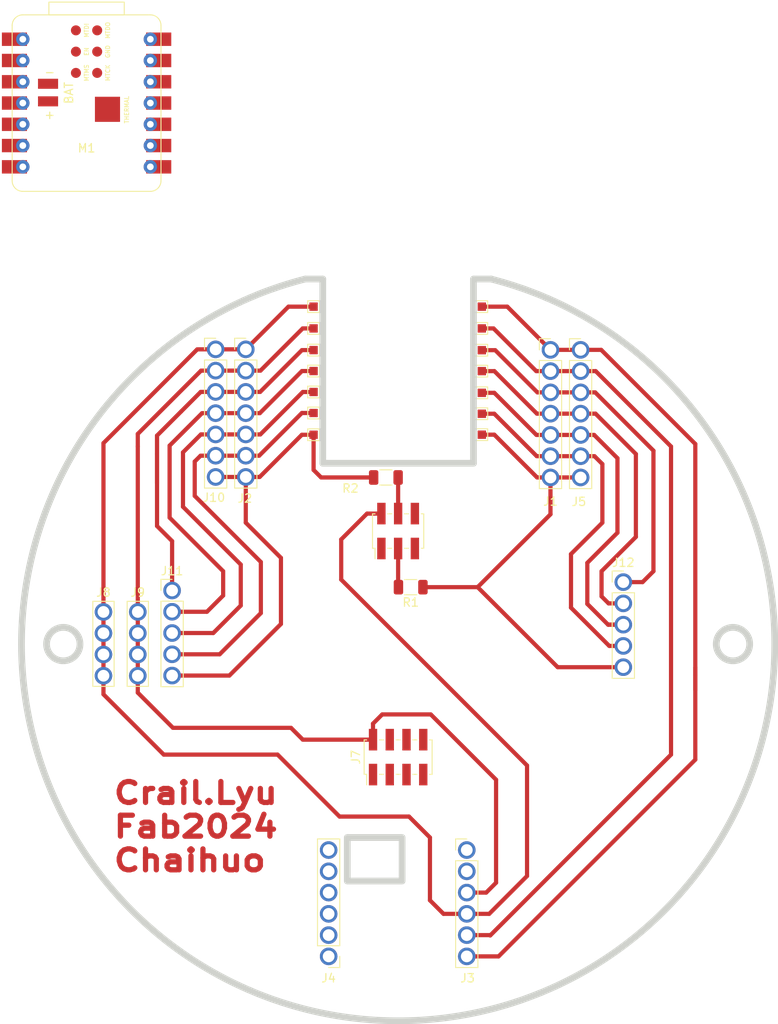
<source format=kicad_pcb>
(kicad_pcb (version 20240108) (generator "pcbnew") (generator_version "8.0")
  (layers (0 "F.Cu" signal) (31 "B.Cu" signal) (34 "B.Paste" user) (35 "F.Paste" user) (36 "B.SilkS" user "B.Silkscreen") (37 "F.SilkS" user "F.Silkscreen") (38 "B.Mask" user) (39 "F.Mask" user) (44 "Edge.Cuts" user))
  (net 0 "")
  (net 1 "GPIO2 A0 D0")
  (net 2 "GPIO3 A1 D1")
  (net 3 "GPIO4 A2 D2")
  (net 4 "GPIO5 A3 D3")
  (net 5 "GPIO6 SDA D4")
  (net 6 "GPIO7 SCL D5")
  (net 7 "GPIO21 TX D6")
  (net 8 "5V")
  (net 9 "GND")
  (net 10 "3V3")
  (net 11 "GPIO10 MOSI D10")
  (net 12 "GPIO9 MISO D9")
  (net 13 "GPIO8 SCK D8")
  (net 14 "GPIO20 RX D7")
  (net 21 "RX_DEVICE")
  (net 22 "TX_DEVICE")
  (footprint "Connector_PinHeader_2.00mm:PinHeader_2x04_P2.00mm_Vertical_SMD" (layer "F.Cu") (at 135.1 118.5 90)
    (property "Reference" "J7" (at 0 -5.06 -90) (layer "F.SilkS"))
    (property "Value" "Conn_02x04_Counter_Clockwise" (hide yes))
    (fp_line (start 2.06 -4.06) (end 2.06 -3.76) (stroke (width 0.12)) (layer "F.SilkS"))
    (fp_line (start -2.06 -4.06) (end 2.06 -4.06) (stroke (width 0.12)) (layer "F.SilkS"))
    (fp_line (start -2.06 -4.06) (end -2.06 -3.76) (stroke (width 0.12)) (layer "F.SilkS"))
    (fp_line (start -3.315 -3.76) (end -2.06 -3.76) (stroke (width 0.12)) (layer "F.SilkS"))
    (fp_line (start 2.06 -2.24) (end 2.06 -1.76) (stroke (width 0.12)) (layer "F.SilkS"))
    (fp_line (start -2.06 -2.24) (end -2.06 -1.76) (stroke (width 0.12)) (layer "F.SilkS"))
    (fp_line (start 2.06 -0.24) (end 2.06 0.24) (stroke (width 0.12)) (layer "F.SilkS"))
    (fp_line (start -2.06 -0.24) (end -2.06 0.24) (stroke (width 0.12)) (layer "F.SilkS"))
    (fp_line (start 2.06 1.76) (end 2.06 2.24) (stroke (width 0.12)) (layer "F.SilkS"))
    (fp_line (start -2.06 1.76) (end -2.06 2.24) (stroke (width 0.12)) (layer "F.SilkS"))
    (fp_line (start 2.06 3.76) (end 2.06 4.06) (stroke (width 0.12)) (layer "F.SilkS"))
    (fp_line (start -2.06 3.76) (end -2.06 4.06) (stroke (width 0.12)) (layer "F.SilkS"))
    (fp_line (start -2.06 4.06) (end 2.06 4.06) (stroke (width 0.12)) (layer "F.SilkS"))
    (pad "1" smd rect (at -2.085 -3 90) (size 2.58 1) (layers "F.Cu" "F.Paste" "F.Mask"))
    (pad "2" smd rect (at 2.085 -3 90) (size 2.58 1) (layers "F.Cu" "F.Paste" "F.Mask") (net 9 "GND"))
    (pad "3" smd rect (at -2.085 -1 90) (size 2.58 1) (layers "F.Cu" "F.Paste" "F.Mask"))
    (pad "4" smd rect (at 2.085 -1 90) (size 2.58 1) (layers "F.Cu" "F.Paste" "F.Mask"))
    (pad "5" smd rect (at -2.085 1 90) (size 2.58 1) (layers "F.Cu" "F.Paste" "F.Mask"))
    (pad "6" smd rect (at 2.085 1 90) (size 2.58 1) (layers "F.Cu" "F.Paste" "F.Mask"))
    (pad "7" smd rect (at -2.085 3 90) (size 2.58 1) (layers "F.Cu" "F.Paste" "F.Mask"))
    (pad "8" smd rect (at 2.085 3 90) (size 2.58 1) (layers "F.Cu" "F.Paste" "F.Mask"))
  )
  (footprint "TestPoint:TestPoint_Pad_1.0x1.0mm" (layer "F.Cu") (at 125 69.89)
    (property "Reference" "TP12" (hide yes))
    (property "Value" "TestPoint" (hide yes))
    (fp_line (start -0.7 -0.7) (end 0.7 -0.7) (stroke (width 0.12)) (layer "F.SilkS"))
    (fp_line (start -0.7 0.7) (end -0.7 -0.7) (stroke (width 0.12)) (layer "F.SilkS"))
    (fp_line (start 0.7 -0.7) (end 0.7 0.7) (stroke (width 0.12)) (layer "F.SilkS"))
    (fp_line (start 0.7 0.7) (end -0.7 0.7) (stroke (width 0.12)) (layer "F.SilkS"))
    (pad "1" smd rect (at 0 0) (size 1 1) (layers "F.Cu" "F.Mask") (net 10 "3V3"))
  )
  (footprint "fab:PinHeader_1x07_P2.54mm_Vertical_THT_D1.4mm" (layer "F.Cu") (at 113.3 69.8)
    (property "Reference" "J10" (at -0.2 17.7 0) (layer "F.SilkS"))
    (property "Value" "Conn_PinHeader_1x07_P2.54mm_Vertical_THT_D1.4mm" (hide yes))
    (fp_line (start -1.33 -1.33) (end 0 -1.33) (stroke (width 0.12)) (layer "F.SilkS"))
    (fp_line (start -1.33 0) (end -1.33 -1.33) (stroke (width 0.12)) (layer "F.SilkS"))
    (fp_line (start -1.33 1.27) (end -1.33 16.57) (stroke (width 0.12)) (layer "F.SilkS"))
    (fp_line (start -1.33 1.27) (end 1.33 1.27) (stroke (width 0.12)) (layer "F.SilkS"))
    (fp_line (start -1.33 16.57) (end 1.33 16.57) (stroke (width 0.12)) (layer "F.SilkS"))
    (fp_line (start 1.33 1.27) (end 1.33 16.57) (stroke (width 0.12)) (layer "F.SilkS"))
    (pad "1" thru_hole circle (at 0 0) (size 2.1 2.1) (drill 1.4) (layers "*.Cu" "*.Mask") (net 8 "5V"))
    (pad "2" thru_hole circle (at 0 2.54) (size 2.1 2.1) (drill 1.4) (layers "*.Cu" "*.Mask") (net 9 "GND"))
    (pad "3" thru_hole circle (at 0 5.08) (size 2.1 2.1) (drill 1.4) (layers "*.Cu" "*.Mask") (net 10 "3V3"))
    (pad "4" thru_hole circle (at 0 7.62) (size 2.1 2.1) (drill 1.4) (layers "*.Cu" "*.Mask") (net 11 "GPIO10 MOSI D10"))
    (pad "5" thru_hole circle (at 0 10.16) (size 2.1 2.1) (drill 1.4) (layers "*.Cu" "*.Mask") (net 12 "GPIO9 MISO D9"))
    (pad "6" thru_hole circle (at 0 12.7) (size 2.1 2.1) (drill 1.4) (layers "*.Cu" "*.Mask") (net 13 "GPIO8 SCK D8"))
    (pad "7" thru_hole circle (at 0 15.24) (size 2.1 2.1) (drill 1.4) (layers "*.Cu" "*.Mask") (net 14 "GPIO20 RX D7"))
  )
  (footprint "TestPoint:TestPoint_Pad_1.0x1.0mm" (layer "F.Cu") (at 125 72.39)
    (property "Reference" "TP11" (hide yes))
    (property "Value" "TestPoint" (hide yes))
    (fp_line (start -0.7 -0.7) (end 0.7 -0.7) (stroke (width 0.12)) (layer "F.SilkS"))
    (fp_line (start -0.7 0.7) (end -0.7 -0.7) (stroke (width 0.12)) (layer "F.SilkS"))
    (fp_line (start 0.7 -0.7) (end 0.7 0.7) (stroke (width 0.12)) (layer "F.SilkS"))
    (fp_line (start 0.7 0.7) (end -0.7 0.7) (stroke (width 0.12)) (layer "F.SilkS"))
    (pad "1" smd rect (at 0 0) (size 1 1) (layers "F.Cu" "F.Mask") (net 11 "GPIO10 MOSI D10"))
  )
  (footprint "fab:PinHeader_1x06_P2.54mm_Vertical_THT_D1.4mm" (layer "F.Cu") (at 143.3 129.6)
    (property "Reference" "J3" (at 0.1 15.3 0) (layer "F.SilkS"))
    (property "Value" "Conn_PinHeader_1x06_P2.54mm_Vertical_THT_D1.4mm" (hide yes))
    (fp_line (start -1.33 -1.33) (end 0 -1.33) (stroke (width 0.12)) (layer "F.SilkS"))
    (fp_line (start -1.33 0) (end -1.33 -1.33) (stroke (width 0.12)) (layer "F.SilkS"))
    (fp_line (start -1.33 1.27) (end -1.33 14.03) (stroke (width 0.12)) (layer "F.SilkS"))
    (fp_line (start -1.33 1.27) (end 1.33 1.27) (stroke (width 0.12)) (layer "F.SilkS"))
    (fp_line (start -1.33 14.03) (end 1.33 14.03) (stroke (width 0.12)) (layer "F.SilkS"))
    (fp_line (start 1.33 1.27) (end 1.33 14.03) (stroke (width 0.12)) (layer "F.SilkS"))
    (pad "1" thru_hole circle (at 0 0) (size 2.1 2.1) (drill 1.4) (layers "*.Cu" "*.Mask"))
    (pad "2" thru_hole circle (at 0 2.54) (size 2.1 2.1) (drill 1.4) (layers "*.Cu" "*.Mask"))
    (pad "3" thru_hole circle (at 0 5.08) (size 2.1 2.1) (drill 1.4) (layers "*.Cu" "*.Mask") (net 9 "GND"))
    (pad "4" thru_hole circle (at 0 7.62) (size 2.1 2.1) (drill 1.4) (layers "*.Cu" "*.Mask") (net 8 "5V"))
    (pad "5" thru_hole circle (at 0 10.16) (size 2.1 2.1) (drill 1.4) (layers "*.Cu" "*.Mask") (net 2 "GPIO3 A1 D1"))
    (pad "6" thru_hole circle (at 0 12.7) (size 2.1 2.1) (drill 1.4) (layers "*.Cu" "*.Mask") (net 1 "GPIO2 A0 D0"))
  )
  (footprint "fab:PinHeader_1x07_P2.54mm_Vertical_THT_D1.4mm" (layer "F.Cu") (at 116.9 69.8)
    (property "Reference" "J2" (at -0.1 17.8 0) (layer "F.SilkS"))
    (property "Value" "Conn_PinHeader_1x07_P2.54mm_Vertical_THT_D1.4mm" (hide yes))
    (fp_line (start -1.33 -1.33) (end 0 -1.33) (stroke (width 0.12)) (layer "F.SilkS"))
    (fp_line (start -1.33 0) (end -1.33 -1.33) (stroke (width 0.12)) (layer "F.SilkS"))
    (fp_line (start -1.33 1.27) (end -1.33 16.57) (stroke (width 0.12)) (layer "F.SilkS"))
    (fp_line (start -1.33 1.27) (end 1.33 1.27) (stroke (width 0.12)) (layer "F.SilkS"))
    (fp_line (start -1.33 16.57) (end 1.33 16.57) (stroke (width 0.12)) (layer "F.SilkS"))
    (fp_line (start 1.33 1.27) (end 1.33 16.57) (stroke (width 0.12)) (layer "F.SilkS"))
    (pad "1" thru_hole circle (at 0 0) (size 2.1 2.1) (drill 1.4) (layers "*.Cu" "*.Mask") (net 8 "5V"))
    (pad "2" thru_hole circle (at 0 2.54) (size 2.1 2.1) (drill 1.4) (layers "*.Cu" "*.Mask") (net 9 "GND"))
    (pad "3" thru_hole circle (at 0 5.08) (size 2.1 2.1) (drill 1.4) (layers "*.Cu" "*.Mask") (net 10 "3V3"))
    (pad "4" thru_hole circle (at 0 7.62) (size 2.1 2.1) (drill 1.4) (layers "*.Cu" "*.Mask") (net 11 "GPIO10 MOSI D10"))
    (pad "5" thru_hole circle (at 0 10.16) (size 2.1 2.1) (drill 1.4) (layers "*.Cu" "*.Mask") (net 12 "GPIO9 MISO D9"))
    (pad "6" thru_hole circle (at 0 12.7) (size 2.1 2.1) (drill 1.4) (layers "*.Cu" "*.Mask") (net 13 "GPIO8 SCK D8"))
    (pad "7" thru_hole circle (at 0 15.24) (size 2.1 2.1) (drill 1.4) (layers "*.Cu" "*.Mask") (net 14 "GPIO20 RX D7"))
  )
  (footprint "TestPoint:TestPoint_Pad_1.0x1.0mm" (layer "F.Cu") (at 145.1 72.4)
    (property "Reference" "TP4" (hide yes))
    (property "Value" "TestPoint" (hide yes))
    (fp_line (start -0.7 -0.7) (end 0.7 -0.7) (stroke (width 0.12)) (layer "F.SilkS"))
    (fp_line (start -0.7 0.7) (end -0.7 -0.7) (stroke (width 0.12)) (layer "F.SilkS"))
    (fp_line (start 0.7 -0.7) (end 0.7 0.7) (stroke (width 0.12)) (layer "F.SilkS"))
    (fp_line (start 0.7 0.7) (end -0.7 0.7) (stroke (width 0.12)) (layer "F.SilkS"))
    (pad "1" smd rect (at 0 0) (size 1 1) (layers "F.Cu" "F.Mask") (net 4 "GPIO5 A3 D3"))
  )
  (footprint "TestPoint:TestPoint_Pad_1.0x1.0mm" (layer "F.Cu") (at 125 74.89)
    (property "Reference" "TP10" (hide yes))
    (property "Value" "TestPoint" (hide yes))
    (fp_line (start -0.7 -0.7) (end 0.7 -0.7) (stroke (width 0.12)) (layer "F.SilkS"))
    (fp_line (start -0.7 0.7) (end -0.7 -0.7) (stroke (width 0.12)) (layer "F.SilkS"))
    (fp_line (start 0.7 -0.7) (end 0.7 0.7) (stroke (width 0.12)) (layer "F.SilkS"))
    (fp_line (start 0.7 0.7) (end -0.7 0.7) (stroke (width 0.12)) (layer "F.SilkS"))
    (pad "1" smd rect (at 0 0) (size 1 1) (layers "F.Cu" "F.Mask") (net 12 "GPIO9 MISO D9"))
  )
  (footprint "fab:PinHeader_1x04_P2.54mm_Vertical_THT_D1.4mm" (layer "F.Cu") (at 104 101.16)
    (property "Reference" "J9" (at 0 -2.33 0) (layer "F.SilkS"))
    (property "Value" "Conn_PinHeader_1x04_P2.54mm_Vertical_THT_D1.4mm" (hide yes))
    (fp_line (start -1.27 -1.27) (end -1.27 8.89) (stroke (width 0.12)) (layer "F.SilkS"))
    (fp_line (start -1.27 -1.27) (end 1.27 -1.27) (stroke (width 0.12)) (layer "F.SilkS"))
    (fp_line (start -1.27 8.89) (end 1.27 8.89) (stroke (width 0.12)) (layer "F.SilkS"))
    (fp_line (start 1.27 -1.27) (end 1.27 8.89) (stroke (width 0.12)) (layer "F.SilkS"))
    (pad "1" thru_hole circle (at 0 0) (size 2.1 2.1) (drill 1.4) (layers "*.Cu" "*.Mask") (net 9 "GND"))
    (pad "2" thru_hole circle (at 0 2.54) (size 2.1 2.1) (drill 1.4) (layers "*.Cu" "*.Mask") (net 9 "GND"))
    (pad "3" thru_hole circle (at 0 5.08) (size 2.1 2.1) (drill 1.4) (layers "*.Cu" "*.Mask") (net 9 "GND"))
    (pad "4" thru_hole circle (at 0 7.62) (size 2.1 2.1) (drill 1.4) (layers "*.Cu" "*.Mask") (net 9 "GND"))
  )
  (footprint "fab:PinHeader_1x04_P2.54mm_Vertical_THT_D1.4mm" (layer "F.Cu") (at 99.9 101.16)
    (property "Reference" "J8" (at 0 -2.33 0) (layer "F.SilkS"))
    (property "Value" "Conn_PinHeader_1x04_P2.54mm_Vertical_THT_D1.4mm" (hide yes))
    (fp_line (start -1.27 -1.27) (end -1.27 8.89) (stroke (width 0.12)) (layer "F.SilkS"))
    (fp_line (start -1.27 -1.27) (end 1.27 -1.27) (stroke (width 0.12)) (layer "F.SilkS"))
    (fp_line (start -1.27 8.89) (end 1.27 8.89) (stroke (width 0.12)) (layer "F.SilkS"))
    (fp_line (start 1.27 -1.27) (end 1.27 8.89) (stroke (width 0.12)) (layer "F.SilkS"))
    (pad "1" thru_hole circle (at 0 0) (size 2.1 2.1) (drill 1.4) (layers "*.Cu" "*.Mask") (net 8 "5V"))
    (pad "2" thru_hole circle (at 0 2.54) (size 2.1 2.1) (drill 1.4) (layers "*.Cu" "*.Mask") (net 8 "5V"))
    (pad "3" thru_hole circle (at 0 5.08) (size 2.1 2.1) (drill 1.4) (layers "*.Cu" "*.Mask") (net 8 "5V"))
    (pad "4" thru_hole circle (at 0 7.62) (size 2.1 2.1) (drill 1.4) (layers "*.Cu" "*.Mask") (net 8 "5V"))
  )
  (footprint "fab:PinHeader_1x05_P2.54mm_Vertical_THT_D1.4mm" (layer "F.Cu") (at 162 97.6)
    (property "Reference" "J12" (at 0 -2.33 0) (layer "F.SilkS"))
    (property "Value" "Conn_PinHeader_1x05_P2.54mm_Vertical_THT_D1.4mm" (hide yes))
    (fp_line (start -1.33 -1.33) (end 0 -1.33) (stroke (width 0.12)) (layer "F.SilkS"))
    (fp_line (start -1.33 0) (end -1.33 -1.33) (stroke (width 0.12)) (layer "F.SilkS"))
    (fp_line (start -1.33 1.27) (end -1.33 11.49) (stroke (width 0.12)) (layer "F.SilkS"))
    (fp_line (start -1.33 1.27) (end 1.33 1.27) (stroke (width 0.12)) (layer "F.SilkS"))
    (fp_line (start -1.33 11.49) (end 1.33 11.49) (stroke (width 0.12)) (layer "F.SilkS"))
    (fp_line (start 1.33 1.27) (end 1.33 11.49) (stroke (width 0.12)) (layer "F.SilkS"))
    (pad "1" thru_hole circle (at 0 0) (size 2.1 2.1) (drill 1.4) (layers "*.Cu" "*.Mask") (net 3 "GPIO4 A2 D2"))
    (pad "2" thru_hole circle (at 0 2.54) (size 2.1 2.1) (drill 1.4) (layers "*.Cu" "*.Mask") (net 4 "GPIO5 A3 D3"))
    (pad "3" thru_hole circle (at 0 5.08) (size 2.1 2.1) (drill 1.4) (layers "*.Cu" "*.Mask") (net 5 "GPIO6 SDA D4"))
    (pad "4" thru_hole circle (at 0 7.62) (size 2.1 2.1) (drill 1.4) (layers "*.Cu" "*.Mask") (net 6 "GPIO7 SCL D5"))
    (pad "5" thru_hole circle (at 0 10.16) (size 2.1 2.1) (drill 1.4) (layers "*.Cu" "*.Mask") (net 7 "GPIO21 TX D6"))
  )
  (footprint "TestPoint:TestPoint_Pad_1.0x1.0mm" (layer "F.Cu") (at 125 80)
    (property "Reference" "TP8" (hide yes))
    (property "Value" "TestPoint" (hide yes))
    (fp_line (start -0.7 -0.7) (end 0.7 -0.7) (stroke (width 0.12)) (layer "F.SilkS"))
    (fp_line (start -0.7 0.7) (end -0.7 -0.7) (stroke (width 0.12)) (layer "F.SilkS"))
    (fp_line (start 0.7 -0.7) (end 0.7 0.7) (stroke (width 0.12)) (layer "F.SilkS"))
    (fp_line (start 0.7 0.7) (end -0.7 0.7) (stroke (width 0.12)) (layer "F.SilkS"))
    (pad "1" smd rect (at 0 0) (size 1 1) (layers "F.Cu" "F.Mask") (net 14 "GPIO20 RX D7"))
  )
  (footprint "fab:PinHeader_1x07_P2.54mm_Vertical_THT_D1.4mm" (layer "F.Cu") (at 156.9 69.86)
    (property "Reference" "J5" (at -0.2 18.14 0) (layer "F.SilkS"))
    (property "Value" "Conn_PinHeader_1x07_P2.54mm_Vertical_THT_D1.4mm" (hide yes))
    (fp_line (start -1.33 -1.33) (end 0 -1.33) (stroke (width 0.12)) (layer "F.SilkS"))
    (fp_line (start -1.33 0) (end -1.33 -1.33) (stroke (width 0.12)) (layer "F.SilkS"))
    (fp_line (start -1.33 1.27) (end -1.33 16.57) (stroke (width 0.12)) (layer "F.SilkS"))
    (fp_line (start -1.33 1.27) (end 1.33 1.27) (stroke (width 0.12)) (layer "F.SilkS"))
    (fp_line (start -1.33 16.57) (end 1.33 16.57) (stroke (width 0.12)) (layer "F.SilkS"))
    (fp_line (start 1.33 1.27) (end 1.33 16.57) (stroke (width 0.12)) (layer "F.SilkS"))
    (pad "1" thru_hole circle (at 0 0) (size 2.1 2.1) (drill 1.4) (layers "*.Cu" "*.Mask") (net 1 "GPIO2 A0 D0"))
    (pad "2" thru_hole circle (at 0 2.54) (size 2.1 2.1) (drill 1.4) (layers "*.Cu" "*.Mask") (net 2 "GPIO3 A1 D1"))
    (pad "3" thru_hole circle (at 0 5.08) (size 2.1 2.1) (drill 1.4) (layers "*.Cu" "*.Mask") (net 3 "GPIO4 A2 D2"))
    (pad "4" thru_hole circle (at 0 7.62) (size 2.1 2.1) (drill 1.4) (layers "*.Cu" "*.Mask") (net 4 "GPIO5 A3 D3"))
    (pad "5" thru_hole circle (at 0 10.16) (size 2.1 2.1) (drill 1.4) (layers "*.Cu" "*.Mask") (net 5 "GPIO6 SDA D4"))
    (pad "6" thru_hole circle (at 0 12.7) (size 2.1 2.1) (drill 1.4) (layers "*.Cu" "*.Mask") (net 6 "GPIO7 SCL D5"))
    (pad "7" thru_hole circle (at 0 15.24) (size 2.1 2.1) (drill 1.4) (layers "*.Cu" "*.Mask") (net 7 "GPIO21 TX D6"))
  )
  (footprint "Resistor_SMD:R_1206_3216Metric" (layer "F.Cu") (at 133.6375 85.1)
    (property "Reference" "R2" (at -4.2375 1.3 0) (layer "F.SilkS"))
    (property "Value" "20R")
    (fp_line (start -0.727064 -0.91) (end 0.727064 -0.91) (stroke (width 0.12)) (layer "F.SilkS"))
    (fp_line (start -0.727064 0.91) (end 0.727064 0.91) (stroke (width 0.12)) (layer "F.SilkS"))
    (pad "1" smd roundrect (at -1.4625 0) (size 1.125 1.75) (layers "F.Cu" "F.Paste" "F.Mask") (roundrect_rratio 0.222222) (net 14 "GPIO20 RX D7"))
    (pad "2" smd roundrect (at 1.4625 0) (size 1.125 1.75) (layers "F.Cu" "F.Paste" "F.Mask") (roundrect_rratio 0.222222) (net 22 "TX_DEVICE"))
  )
  (footprint "TestPoint:TestPoint_Pad_1.0x1.0mm" (layer "F.Cu") (at 145.1 67.3)
    (property "Reference" "TP2" (hide yes))
    (property "Value" "TestPoint" (hide yes))
    (fp_line (start -0.7 -0.7) (end 0.7 -0.7) (stroke (width 0.12)) (layer "F.SilkS"))
    (fp_line (start -0.7 0.7) (end -0.7 -0.7) (stroke (width 0.12)) (layer "F.SilkS"))
    (fp_line (start 0.7 -0.7) (end 0.7 0.7) (stroke (width 0.12)) (layer "F.SilkS"))
    (fp_line (start 0.7 0.7) (end -0.7 0.7) (stroke (width 0.12)) (layer "F.SilkS"))
    (pad "1" smd rect (at 0 0) (size 1 1) (layers "F.Cu" "F.Mask") (net 2 "GPIO3 A1 D1"))
  )
  (footprint "TestPoint:TestPoint_Pad_1.0x1.0mm" (layer "F.Cu") (at 145.1 64.7)
    (property "Reference" "TP1" (hide yes))
    (property "Value" "TestPoint" (hide yes))
    (fp_line (start -0.7 -0.7) (end 0.7 -0.7) (stroke (width 0.12)) (layer "F.SilkS"))
    (fp_line (start -0.7 0.7) (end -0.7 -0.7) (stroke (width 0.12)) (layer "F.SilkS"))
    (fp_line (start 0.7 -0.7) (end 0.7 0.7) (stroke (width 0.12)) (layer "F.SilkS"))
    (fp_line (start 0.7 0.7) (end -0.7 0.7) (stroke (width 0.12)) (layer "F.SilkS"))
    (pad "1" smd rect (at 0 0) (size 1 1) (layers "F.Cu" "F.Mask") (net 1 "GPIO2 A0 D0"))
  )
  (footprint "fab:SeeedStudio_XIAO_ESP32C3" (layer "F.Cu") (at 97.88 40.38)
    (property "Reference" "M1" (at 0 5.39 0) (layer "F.SilkS"))
    (property "Value" "Module_XIAO-ESP32C3")
    (fp_line (start -8.8875 9.281) (end -8.8875 -9.261) (stroke (width 0.12)) (layer "F.SilkS"))
    (fp_line (start -7.6175 -10.531) (end 7.6225 -10.531) (stroke (width 0.12)) (layer "F.SilkS"))
    (fp_line (start 7.6225 10.551) (end -7.6175 10.551) (stroke (width 0.12)) (layer "F.SilkS"))
    (fp_line (start 8.8925 -9.261) (end 8.8925 9.281) (stroke (width 0.12)) (layer "F.SilkS"))
    (fp_rect (start -4.4975 -10.531) (end 4.5025 -12.055) (stroke (width 0.12)) (fill none) (layer "F.SilkS"))
    (fp_arc (start -8.8875 -9.261) (mid -8.515526 -10.159026) (end -7.6175 -10.531) (stroke (width 0.12)) (layer "F.SilkS"))
    (fp_arc (start -7.6175 10.551) (mid -8.515526 10.179026) (end -8.8875 9.281) (stroke (width 0.12)) (layer "F.SilkS"))
    (fp_arc (start 7.6225 -10.531) (mid 8.520526 -10.159026) (end 8.8925 -9.261) (stroke (width 0.12)) (layer "F.SilkS"))
    (fp_arc (start 8.8925 9.281) (mid 8.520526 10.179026) (end 7.6225 10.551) (stroke (width 0.12)) (layer "F.SilkS"))
    (fp_text user "THERMAL" (at 4.8 0.8 90) (layer "F.SilkS") (effects (font (size 0.5 0.5) (thickness 0.1) (bold yes))))
    (fp_text user "EN" (at 0 -6.14 90) (layer "F.SilkS") (effects (font (size 0.5 0.5) (thickness 0.1) (bold yes))))
    (fp_text user "BAT" (at -2.7 -1.2 90) (layer "F.SilkS") (effects (justify top)))
    (fp_text user "MTCK" (at 2.54 -3.6 90) (layer "F.SilkS") (effects (font (size 0.5 0.5) (thickness 0.1) (bold yes))))
    (fp_text user "-" (at -4.4 -3.7 0) (layer "F.SilkS"))
    (fp_text user "MTDI" (at 0 -8.68 90) (layer "F.SilkS") (effects (font (size 0.5 0.5) (thickness 0.1) (bold yes))))
    (fp_text user "+" (at -4.4 1.4 0) (layer "F.SilkS"))
    (fp_text user "GND" (at 2.54 -6.14 90) (layer "F.SilkS") (effects (font (size 0.5 0.5) (thickness 0.1) (bold yes))))
    (fp_text user "MTMS" (at 0 -3.6 90) (layer "F.SilkS") (effects (font (size 0.5 0.5) (thickness 0.1) (bold yes))))
    (fp_text user "MTDO" (at 2.54 -8.68 90) (layer "F.SilkS") (effects (font (size 0.5 0.5) (thickness 0.1) (bold yes))))
    (pad "1" thru_hole circle (at -7.615 -7.62) (size 1.6 1.6) (drill 0.8) (layers "*.Cu" "*.Mask"))
    (pad "1" smd rect (at -7.615 -7.62) (size 3 1.6) (drill (offset -1 0)) (layers "F.Cu" "F.Paste" "F.Mask"))
    (pad "2" thru_hole circle (at -7.615 -5.08) (size 1.6 1.6) (drill 0.8) (layers "*.Cu" "*.Mask"))
    (pad "2" smd rect (at -7.615 -5.08) (size 3 1.6) (drill (offset -1 0)) (layers "F.Cu" "F.Paste" "F.Mask"))
    (pad "3" thru_hole circle (at -7.615 -2.54) (size 1.6 1.6) (drill 0.8) (layers "*.Cu" "*.Mask"))
    (pad "3" smd rect (at -7.615 -2.54) (size 3 1.6) (drill (offset -1 0)) (layers "F.Cu" "F.Paste" "F.Mask"))
    (pad "4" thru_hole circle (at -7.615 0) (size 1.6 1.6) (drill 0.8) (layers "*.Cu" "*.Mask"))
    (pad "4" smd rect (at -7.615 0) (size 3 1.6) (drill (offset -1 0)) (layers "F.Cu" "F.Paste" "F.Mask"))
    (pad "5" thru_hole circle (at -7.615 2.54) (size 1.6 1.6) (drill 0.8) (layers "*.Cu" "*.Mask"))
    (pad "5" smd rect (at -7.615 2.54) (size 3 1.6) (drill (offset -1 0)) (layers "F.Cu" "F.Paste" "F.Mask"))
    (pad "6" thru_hole circle (at -7.615 5.08) (size 1.6 1.6) (drill 0.8) (layers "*.Cu" "*.Mask"))
    (pad "6" smd rect (at -7.615 5.08) (size 3 1.6) (drill (offset -1 0)) (layers "F.Cu" "F.Paste" "F.Mask"))
    (pad "7" thru_hole circle (at -7.615 7.62) (size 1.6 1.6) (drill 0.8) (layers "*.Cu" "*.Mask"))
    (pad "7" smd rect (at -7.615 7.62) (size 3 1.6) (drill (offset -1 0)) (layers "F.Cu" "F.Paste" "F.Mask"))
    (pad "8" thru_hole circle (at 7.62 7.62) (size 1.6 1.6) (drill 0.8) (layers "*.Cu" "*.Mask"))
    (pad "8" smd rect (at 7.62 7.62) (size 3 1.6) (drill (offset 1 0)) (layers "F.Cu" "F.Paste" "F.Mask"))
    (pad "9" thru_hole circle (at 7.62 5.08) (size 1.6 1.6) (drill 0.8) (layers "*.Cu" "*.Mask"))
    (pad "9" smd rect (at 7.62 5.08) (size 3 1.6) (drill (offset 1 0)) (layers "F.Cu" "F.Paste" "F.Mask"))
    (pad "10" thru_hole circle (at 7.62 2.54) (size 1.6 1.6) (drill 0.8) (layers "*.Cu" "*.Mask"))
    (pad "10" smd rect (at 7.62 2.54) (size 3 1.6) (drill (offset 1 0)) (layers "F.Cu" "F.Paste" "F.Mask"))
    (pad "11" thru_hole circle (at 7.62 0) (size 1.6 1.6) (drill 0.8) (layers "*.Cu" "*.Mask"))
    (pad "11" smd rect (at 7.62 0) (size 3 1.6) (drill (offset 1 0)) (layers "F.Cu" "F.Paste" "F.Mask"))
    (pad "12" thru_hole circle (at 7.62 -2.54) (size 1.6 1.6) (drill 0.8) (layers "*.Cu" "*.Mask"))
    (pad "12" smd rect (at 7.62 -2.54) (size 3 1.6) (drill (offset 1 0)) (layers "F.Cu" "F.Paste" "F.Mask"))
    (pad "13" thru_hole circle (at 7.62 -5.08) (size 1.6 1.6) (drill 0.8) (layers "*.Cu" "*.Mask"))
    (pad "13" smd rect (at 7.62 -5.08) (size 3 1.6) (drill (offset 1 0)) (layers "F.Cu" "F.Paste" "F.Mask"))
    (pad "14" thru_hole circle (at 7.62 -7.62) (size 1.6 1.6) (drill 0.8) (layers "*.Cu" "*.Mask"))
    (pad "14" smd rect (at 7.62 -7.62) (size 3 1.6) (drill (offset 1 0)) (layers "F.Cu" "F.Paste" "F.Mask"))
    (pad "15" smd rect (at -4.6 -2.3) (size 2.4 1.2) (layers "F.Cu" "F.Paste" "F.Mask"))
    (pad "16" smd rect (at -4.6 -0.2) (size 2.4 1.2) (layers "F.Cu" "F.Paste" "F.Mask"))
    (pad "17" smd circle (at -1.27 -8.68) (size 1.2 1.2) (layers "F.Cu" "F.Paste" "F.Mask"))
    (pad "18" smd circle (at -1.27 -6.14) (size 1.2 1.2) (layers "F.Cu" "F.Paste" "F.Mask"))
    (pad "19" smd circle (at -1.27 -3.6) (size 1.2 1.2) (layers "F.Cu" "F.Paste" "F.Mask"))
    (pad "20" smd circle (at 1.27 -3.6) (size 1.2 1.2) (layers "F.Cu" "F.Paste" "F.Mask"))
    (pad "21" smd circle (at 1.27 -6.14) (size 1.2 1.2) (layers "F.Cu" "F.Paste" "F.Mask"))
    (pad "22" smd circle (at 1.27 -8.68) (size 1.2 1.2) (layers "F.Cu" "F.Paste" "F.Mask"))
    (pad "23" smd rect (at 2.5 0.75) (size 3 3) (layers "F.Cu" "F.Paste" "F.Mask"))
  )
  (footprint "TestPoint:TestPoint_Pad_1.0x1.0mm" (layer "F.Cu") (at 145.1 77.49)
    (property "Reference" "TP6" (hide yes))
    (property "Value" "TestPoint" (hide yes))
    (fp_line (start -0.7 -0.7) (end 0.7 -0.7) (stroke (width 0.12)) (layer "F.SilkS"))
    (fp_line (start -0.7 0.7) (end -0.7 -0.7) (stroke (width 0.12)) (layer "F.SilkS"))
    (fp_line (start 0.7 -0.7) (end 0.7 0.7) (stroke (width 0.12)) (layer "F.SilkS"))
    (fp_line (start 0.7 0.7) (end -0.7 0.7) (stroke (width 0.12)) (layer "F.SilkS"))
    (pad "1" smd rect (at 0 0) (size 1 1) (layers "F.Cu" "F.Mask") (net 6 "GPIO7 SCL D5"))
  )
  (footprint "TestPoint:TestPoint_Pad_1.0x1.0mm" (layer "F.Cu") (at 125 67.3)
    (property "Reference" "TP13" (hide yes))
    (property "Value" "TestPoint" (hide yes))
    (fp_line (start -0.7 -0.7) (end 0.7 -0.7) (stroke (width 0.12)) (layer "F.SilkS"))
    (fp_line (start -0.7 0.7) (end -0.7 -0.7) (stroke (width 0.12)) (layer "F.SilkS"))
    (fp_line (start 0.7 -0.7) (end 0.7 0.7) (stroke (width 0.12)) (layer "F.SilkS"))
    (fp_line (start 0.7 0.7) (end -0.7 0.7) (stroke (width 0.12)) (layer "F.SilkS"))
    (pad "1" smd rect (at 0 0) (size 1 1) (layers "F.Cu" "F.Mask") (net 9 "GND"))
  )
  (footprint "fab:PinHeader_1x07_P2.54mm_Vertical_THT_D1.4mm" (layer "F.Cu") (at 153.3 69.86)
    (property "Reference" "J1" (at 0 18.1 0) (layer "F.SilkS"))
    (property "Value" "Conn_PinHeader_1x07_P2.54mm_Vertical_THT_D1.4mm" (hide yes))
    (fp_line (start -1.33 -1.33) (end 0 -1.33) (stroke (width 0.12)) (layer "F.SilkS"))
    (fp_line (start -1.33 0) (end -1.33 -1.33) (stroke (width 0.12)) (layer "F.SilkS"))
    (fp_line (start -1.33 1.27) (end -1.33 16.57) (stroke (width 0.12)) (layer "F.SilkS"))
    (fp_line (start -1.33 1.27) (end 1.33 1.27) (stroke (width 0.12)) (layer "F.SilkS"))
    (fp_line (start -1.33 16.57) (end 1.33 16.57) (stroke (width 0.12)) (layer "F.SilkS"))
    (fp_line (start 1.33 1.27) (end 1.33 16.57) (stroke (width 0.12)) (layer "F.SilkS"))
    (pad "1" thru_hole circle (at 0 0) (size 2.1 2.1) (drill 1.4) (layers "*.Cu" "*.Mask") (net 1 "GPIO2 A0 D0"))
    (pad "2" thru_hole circle (at 0 2.54) (size 2.1 2.1) (drill 1.4) (layers "*.Cu" "*.Mask") (net 2 "GPIO3 A1 D1"))
    (pad "3" thru_hole circle (at 0 5.08) (size 2.1 2.1) (drill 1.4) (layers "*.Cu" "*.Mask") (net 3 "GPIO4 A2 D2"))
    (pad "4" thru_hole circle (at 0 7.62) (size 2.1 2.1) (drill 1.4) (layers "*.Cu" "*.Mask") (net 4 "GPIO5 A3 D3"))
    (pad "5" thru_hole circle (at 0 10.16) (size 2.1 2.1) (drill 1.4) (layers "*.Cu" "*.Mask") (net 5 "GPIO6 SDA D4"))
    (pad "6" thru_hole circle (at 0 12.7) (size 2.1 2.1) (drill 1.4) (layers "*.Cu" "*.Mask") (net 6 "GPIO7 SCL D5"))
    (pad "7" thru_hole circle (at 0 15.24) (size 2.1 2.1) (drill 1.4) (layers "*.Cu" "*.Mask") (net 7 "GPIO21 TX D6"))
  )
  (footprint "TestPoint:TestPoint_Pad_1.0x1.0mm" (layer "F.Cu") (at 145.1 79.99)
    (property "Reference" "TP7" (hide yes))
    (property "Value" "TestPoint" (hide yes))
    (fp_line (start -0.7 -0.7) (end 0.7 -0.7) (stroke (width 0.12)) (layer "F.SilkS"))
    (fp_line (start -0.7 0.7) (end -0.7 -0.7) (stroke (width 0.12)) (layer "F.SilkS"))
    (fp_line (start 0.7 -0.7) (end 0.7 0.7) (stroke (width 0.12)) (layer "F.SilkS"))
    (fp_line (start 0.7 0.7) (end -0.7 0.7) (stroke (width 0.12)) (layer "F.SilkS"))
    (pad "1" smd rect (at 0 0) (size 1 1) (layers "F.Cu" "F.Mask") (net 7 "GPIO21 TX D6"))
  )
  (footprint "Connector_PinHeader_2.00mm:PinHeader_2x03_P2.00mm_Vertical_SMD" (layer "F.Cu") (at 135.1 91.5 90)
    (property "Reference" "J6" (hide yes))
    (property "Value" "Conn_02x03_Counter_Clockwise" (hide yes))
    (fp_line (start 2.06 -3.06) (end 2.06 -2.76) (stroke (width 0.12)) (layer "F.SilkS"))
    (fp_line (start -2.06 -3.06) (end 2.06 -3.06) (stroke (width 0.12)) (layer "F.SilkS"))
    (fp_line (start -2.06 -3.06) (end -2.06 -2.76) (stroke (width 0.12)) (layer "F.SilkS"))
    (fp_line (start -3.315 -2.76) (end -2.06 -2.76) (stroke (width 0.12)) (layer "F.SilkS"))
    (fp_line (start 2.06 -1.24) (end 2.06 -0.76) (stroke (width 0.12)) (layer "F.SilkS"))
    (fp_line (start -2.06 -1.24) (end -2.06 -0.76) (stroke (width 0.12)) (layer "F.SilkS"))
    (fp_line (start 2.06 0.76) (end 2.06 1.24) (stroke (width 0.12)) (layer "F.SilkS"))
    (fp_line (start -2.06 0.76) (end -2.06 1.24) (stroke (width 0.12)) (layer "F.SilkS"))
    (fp_line (start 2.06 2.76) (end 2.06 3.06) (stroke (width 0.12)) (layer "F.SilkS"))
    (fp_line (start -2.06 2.76) (end -2.06 3.06) (stroke (width 0.12)) (layer "F.SilkS"))
    (fp_line (start -2.06 3.06) (end 2.06 3.06) (stroke (width 0.12)) (layer "F.SilkS"))
    (pad "1" smd rect (at -2.085 -2 90) (size 2.58 1) (layers "F.Cu" "F.Paste" "F.Mask"))
    (pad "2" smd rect (at 2.085 -2 90) (size 2.58 1) (layers "F.Cu" "F.Paste" "F.Mask") (net 8 "5V"))
    (pad "3" smd rect (at -2.085 0 90) (size 2.58 1) (layers "F.Cu" "F.Paste" "F.Mask") (net 21 "RX_DEVICE"))
    (pad "4" smd rect (at 2.085 0 90) (size 2.58 1) (layers "F.Cu" "F.Paste" "F.Mask") (net 22 "TX_DEVICE"))
    (pad "5" smd rect (at -2.085 2 90) (size 2.58 1) (layers "F.Cu" "F.Paste" "F.Mask"))
    (pad "6" smd rect (at 2.085 2 90) (size 2.58 1) (layers "F.Cu" "F.Paste" "F.Mask"))
  )
  (footprint "TestPoint:TestPoint_Pad_1.0x1.0mm" (layer "F.Cu") (at 145.1 69.9)
    (property "Reference" "TP3" (hide yes))
    (property "Value" "TestPoint" (hide yes))
    (fp_line (start -0.7 -0.7) (end 0.7 -0.7) (stroke (width 0.12)) (layer "F.SilkS"))
    (fp_line (start -0.7 0.7) (end -0.7 -0.7) (stroke (width 0.12)) (layer "F.SilkS"))
    (fp_line (start 0.7 -0.7) (end 0.7 0.7) (stroke (width 0.12)) (layer "F.SilkS"))
    (fp_line (start 0.7 0.7) (end -0.7 0.7) (stroke (width 0.12)) (layer "F.SilkS"))
    (pad "1" smd rect (at 0 0) (size 1 1) (layers "F.Cu" "F.Mask") (net 3 "GPIO4 A2 D2"))
  )
  (footprint "fab:PinHeader_1x06_P2.54mm_Vertical_THT_D1.4mm" (layer "F.Cu") (at 126.8 142.3 180)
    (property "Reference" "J4" (at 0 -2.6 180) (layer "F.SilkS"))
    (property "Value" "Conn_PinHeader_1x06_P2.54mm_Vertical_THT_D1.4mm" (hide yes))
    (fp_line (start 1.33 1.27) (end 1.33 14.03) (stroke (width 0.12)) (layer "F.SilkS"))
    (fp_line (start -1.33 14.03) (end 1.33 14.03) (stroke (width 0.12)) (layer "F.SilkS"))
    (fp_line (start -1.33 1.27) (end 1.33 1.27) (stroke (width 0.12)) (layer "F.SilkS"))
    (fp_line (start -1.33 1.27) (end -1.33 14.03) (stroke (width 0.12)) (layer "F.SilkS"))
    (fp_line (start -1.33 0) (end -1.33 -1.33) (stroke (width 0.12)) (layer "F.SilkS"))
    (fp_line (start -1.33 -1.33) (end 0 -1.33) (stroke (width 0.12)) (layer "F.SilkS"))
    (pad "1" thru_hole circle (at 0 0 180) (size 2.1 2.1) (drill 1.4) (layers "*.Cu" "*.Mask"))
    (pad "2" thru_hole circle (at 0 2.54 180) (size 2.1 2.1) (drill 1.4) (layers "*.Cu" "*.Mask"))
    (pad "3" thru_hole circle (at 0 5.08 180) (size 2.1 2.1) (drill 1.4) (layers "*.Cu" "*.Mask"))
    (pad "4" thru_hole circle (at 0 7.62 180) (size 2.1 2.1) (drill 1.4) (layers "*.Cu" "*.Mask"))
    (pad "5" thru_hole circle (at 0 10.16 180) (size 2.1 2.1) (drill 1.4) (layers "*.Cu" "*.Mask"))
    (pad "6" thru_hole circle (at 0 12.7 180) (size 2.1 2.1) (drill 1.4) (layers "*.Cu" "*.Mask"))
  )
  (footprint "Resistor_SMD:R_1206_3216Metric" (layer "F.Cu") (at 136.6 98.2 180)
    (property "Reference" "R1" (at 0 -1.82 180) (layer "F.SilkS"))
    (property "Value" "20R")
    (fp_line (start -0.727064 0.91) (end 0.727064 0.91) (stroke (width 0.12)) (layer "F.SilkS"))
    (fp_line (start -0.727064 -0.91) (end 0.727064 -0.91) (stroke (width 0.12)) (layer "F.SilkS"))
    (pad "1" smd roundrect (at -1.4625 0 180) (size 1.125 1.75) (layers "F.Cu" "F.Paste" "F.Mask") (roundrect_rratio 0.222222) (net 7 "GPIO21 TX D6"))
    (pad "2" smd roundrect (at 1.4625 0 180) (size 1.125 1.75) (layers "F.Cu" "F.Paste" "F.Mask") (roundrect_rratio 0.222222) (net 21 "RX_DEVICE"))
  )
  (footprint "TestPoint:TestPoint_Pad_1.0x1.0mm" (layer "F.Cu") (at 125 64.7)
    (property "Reference" "TP14" (hide yes))
    (property "Value" "TestPoint" (hide yes))
    (fp_line (start -0.7 -0.7) (end 0.7 -0.7) (stroke (width 0.12)) (layer "F.SilkS"))
    (fp_line (start -0.7 0.7) (end -0.7 -0.7) (stroke (width 0.12)) (layer "F.SilkS"))
    (fp_line (start 0.7 -0.7) (end 0.7 0.7) (stroke (width 0.12)) (layer "F.SilkS"))
    (fp_line (start 0.7 0.7) (end -0.7 0.7) (stroke (width 0.12)) (layer "F.SilkS"))
    (pad "1" smd rect (at 0 0) (size 1 1) (layers "F.Cu" "F.Mask") (net 8 "5V"))
  )
  (footprint "TestPoint:TestPoint_Pad_1.0x1.0mm" (layer "F.Cu") (at 145.1 74.99)
    (property "Reference" "TP5" (hide yes))
    (property "Value" "TestPoint" (hide yes))
    (fp_line (start -0.7 -0.7) (end 0.7 -0.7) (stroke (width 0.12)) (layer "F.SilkS"))
    (fp_line (start -0.7 0.7) (end -0.7 -0.7) (stroke (width 0.12)) (layer "F.SilkS"))
    (fp_line (start 0.7 -0.7) (end 0.7 0.7) (stroke (width 0.12)) (layer "F.SilkS"))
    (fp_line (start 0.7 0.7) (end -0.7 0.7) (stroke (width 0.12)) (layer "F.SilkS"))
    (pad "1" smd rect (at 0 0) (size 1 1) (layers "F.Cu" "F.Mask") (net 5 "GPIO6 SDA D4"))
  )
  (footprint "fab:PinHeader_1x05_P2.54mm_Vertical_THT_D1.4mm" (layer "F.Cu") (at 108.1 98.6)
    (property "Reference" "J11" (at 0 -2.33 0) (layer "F.SilkS"))
    (property "Value" "Conn_PinHeader_1x05_P2.54mm_Vertical_THT_D1.4mm" (hide yes))
    (fp_line (start -1.33 -1.33) (end 0 -1.33) (stroke (width 0.12)) (layer "F.SilkS"))
    (fp_line (start -1.33 0) (end -1.33 -1.33) (stroke (width 0.12)) (layer "F.SilkS"))
    (fp_line (start -1.33 1.27) (end -1.33 11.49) (stroke (width 0.12)) (layer "F.SilkS"))
    (fp_line (start -1.33 1.27) (end 1.33 1.27) (stroke (width 0.12)) (layer "F.SilkS"))
    (fp_line (start -1.33 11.49) (end 1.33 11.49) (stroke (width 0.12)) (layer "F.SilkS"))
    (fp_line (start 1.33 1.27) (end 1.33 11.49) (stroke (width 0.12)) (layer "F.SilkS"))
    (pad "1" thru_hole circle (at 0 0) (size 2.1 2.1) (drill 1.4) (layers "*.Cu" "*.Mask") (net 10 "3V3"))
    (pad "2" thru_hole circle (at 0 2.54) (size 2.1 2.1) (drill 1.4) (layers "*.Cu" "*.Mask") (net 11 "GPIO10 MOSI D10"))
    (pad "3" thru_hole circle (at 0 5.08) (size 2.1 2.1) (drill 1.4) (layers "*.Cu" "*.Mask") (net 12 "GPIO9 MISO D9"))
    (pad "4" thru_hole circle (at 0 7.62) (size 2.1 2.1) (drill 1.4) (layers "*.Cu" "*.Mask") (net 13 "GPIO8 SCK D8"))
    (pad "5" thru_hole circle (at 0 10.16) (size 2.1 2.1) (drill 1.4) (layers "*.Cu" "*.Mask") (net 14 "GPIO20 RX D7"))
  )
  (footprint "TestPoint:TestPoint_Pad_1.0x1.0mm" (layer "F.Cu") (at 125 77.4)
    (property "Reference" "TP9" (hide yes))
    (property "Value" "TestPoint" (hide yes))
    (fp_line (start -0.7 -0.7) (end 0.7 -0.7) (stroke (width 0.12)) (layer "F.SilkS"))
    (fp_line (start -0.7 0.7) (end -0.7 -0.7) (stroke (width 0.12)) (layer "F.SilkS"))
    (fp_line (start 0.7 -0.7) (end 0.7 0.7) (stroke (width 0.12)) (layer "F.SilkS"))
    (fp_line (start 0.7 0.7) (end -0.7 0.7) (stroke (width 0.12)) (layer "F.SilkS"))
    (pad "1" smd rect (at 0 0) (size 1 1) (layers "F.Cu" "F.Mask") (net 13 "GPIO8 SCK D8"))
  )
  (gr_rect (start 129.025 128.1) (end 135.575 133.3) (stroke (width 0.8)) (fill none) (layer "Edge.Cuts"))
  (gr_circle (center 95.1 105) (end 97.1 105) (stroke (width 0.8)) (fill none) (layer "Edge.Cuts"))
  (gr_line (start 124 61.400001) (end 126.1 61.4) (stroke (width 0.8)) (layer "Edge.Cuts"))
  (gr_line (start 144.15 61.4) (end 146.25 61.400001) (stroke (width 0.8)) (layer "Edge.Cuts"))
  (gr_line (start 126.1 61.4) (end 126.1 83.4) (stroke (width 0.8)) (layer "Edge.Cuts"))
  (gr_line (start 126.1 83.4) (end 144.1 83.4) (stroke (width 0.8)) (layer "Edge.Cuts"))
  (gr_arc (start 146.2 61.400001) (mid 135.1 149.990776) (end 124 61.400001) (stroke (width 0.8)) (layer "Edge.Cuts"))
  (gr_circle (center 175.1 105) (end 177.1 105) (stroke (width 0.8)) (fill none) (layer "Edge.Cuts"))
  (gr_line (start 144.1 83.4) (end 144.1 61.4) (stroke (width 0.8)) (layer "Edge.Cuts"))
  (gr_text "Crail.Lyu \nFab2024\nChaihuo" (at 100.8 132.3 0) (layer "F.Cu") (effects (font (size 2.5 3) (thickness 0.625) (bold yes)) (justify left bottom)))
  (segment (start 153.3 69.86) (end 156.9 69.86) (width 0.5) (layer "F.Cu") (net 1))
  (segment (start 170.6 118.8) (end 170.6 107.8) (width 0.5) (layer "F.Cu") (net 1))
  (segment (start 170.6 81.1) (end 170.6 107.8) (width 0.5) (layer "F.Cu") (net 1))
  (segment (start 148.14 64.7) (end 153.3 69.86) (width 0.5) (layer "F.Cu") (net 1))
  (segment (start 147.1 142.3) (end 170.6 118.8) (width 0.5) (layer "F.Cu") (net 1))
  (segment (start 145.1 64.7) (end 148.14 64.7) (width 0.5) (layer "F.Cu") (net 1))
  (segment (start 170.6 107.8) (end 170.6 108.7) (width 0.5) (layer "F.Cu") (net 1))
  (segment (start 143.3 142.3) (end 147.1 142.3) (width 0.5) (layer "F.Cu") (net 1))
  (segment (start 156.9 69.86) (end 159.36 69.86) (width 0.5) (layer "F.Cu") (net 1))
  (segment (start 159.36 69.86) (end 170.6 81.1) (width 0.5) (layer "F.Cu") (net 1))
  (segment (start 170.6 110.5) (end 170.6 108.7) (width 0.5) (layer "F.Cu") (net 1))
  (segment (start 146.1 139.8) (end 167.7 118.2) (width 0.5) (layer "F.Cu") (net 2))
  (segment (start 158.7 72.4) (end 156.9 72.4) (width 0.5) (layer "F.Cu") (net 2))
  (segment (start 151.6 72.4) (end 146.5 67.3) (width 0.5) (layer "F.Cu") (net 2))
  (segment (start 153.3 72.4) (end 156.9 72.4) (width 0.5) (layer "F.Cu") (net 2))
  (segment (start 167.7 118.2) (end 167.7 81.4) (width 0.5) (layer "F.Cu") (net 2))
  (segment (start 153.3 72.4) (end 151.6 72.4) (width 0.5) (layer "F.Cu") (net 2))
  (segment (start 146.5 67.3) (end 145.1 67.3) (width 0.5) (layer "F.Cu") (net 2))
  (segment (start 143.3 139.76) (end 146.06 139.76) (width 0.5) (layer "F.Cu") (net 2))
  (segment (start 146.06 139.76) (end 146.1 139.8) (width 0.5) (layer "F.Cu") (net 2))
  (segment (start 167.7 81.4) (end 158.7 72.4) (width 0.5) (layer "F.Cu") (net 2))
  (segment (start 153.3 74.94) (end 156.9 74.94) (width 0.5) (layer "F.Cu") (net 3))
  (segment (start 156.9 74.94) (end 158.64 74.94) (width 0.5) (layer "F.Cu") (net 3))
  (segment (start 146.7 69.9) (end 145.1 69.9) (width 0.5) (layer "F.Cu") (net 3))
  (segment (start 158.64 74.94) (end 165.6 81.9) (width 0.5) (layer "F.Cu") (net 3))
  (segment (start 153.3 74.94) (end 151.74 74.94) (width 0.5) (layer "F.Cu") (net 3))
  (segment (start 164.3 97.6) (end 162 97.6) (width 0.5) (layer "F.Cu") (net 3))
  (segment (start 151.74 74.94) (end 146.7 69.9) (width 0.5) (layer "F.Cu") (net 3))
  (segment (start 165.6 81.9) (end 165.6 96.3) (width 0.5) (layer "F.Cu") (net 3))
  (segment (start 165.6 96.3) (end 164.3 97.6) (width 0.5) (layer "F.Cu") (net 3))
  (segment (start 160.24 100.14) (end 159.4 99.3) (width 0.5) (layer "F.Cu") (net 4))
  (segment (start 153.3 77.48) (end 151.68 77.48) (width 0.5) (layer "F.Cu") (net 4))
  (segment (start 159.4 96.3) (end 163.5 92.2) (width 0.5) (layer "F.Cu") (net 4))
  (segment (start 162 100.14) (end 160.24 100.14) (width 0.5) (layer "F.Cu") (net 4))
  (segment (start 159.4 99.3) (end 159.4 96.3) (width 0.5) (layer "F.Cu") (net 4))
  (segment (start 153.3 77.48) (end 156.9 77.48) (width 0.5) (layer "F.Cu") (net 4))
  (segment (start 163.5 92.2) (end 163.5 82.3) (width 0.5) (layer "F.Cu") (net 4))
  (segment (start 151.68 77.48) (end 146.6 72.4) (width 0.5) (layer "F.Cu") (net 4))
  (segment (start 163.5 82.3) (end 158.68 77.48) (width 0.5) (layer "F.Cu") (net 4))
  (segment (start 158.68 77.48) (end 156.9 77.48) (width 0.5) (layer "F.Cu") (net 4))
  (segment (start 146.6 72.4) (end 145.1 72.4) (width 0.5) (layer "F.Cu") (net 4))
  (segment (start 153.3 80.02) (end 156.9 80.02) (width 0.5) (layer "F.Cu") (net 5))
  (segment (start 162 102.68) (end 160.22 102.68) (width 0.5) (layer "F.Cu") (net 5))
  (segment (start 161.3 82.8) (end 161.3 91.7) (width 0.5) (layer "F.Cu") (net 5))
  (segment (start 160.22 102.68) (end 160.2 102.7) (width 0.5) (layer "F.Cu") (net 5))
  (segment (start 161.3 91.7) (end 157.7 95.3) (width 0.5) (layer "F.Cu") (net 5))
  (segment (start 146.59 74.99) (end 145.1 74.99) (width 0.5) (layer "F.Cu") (net 5))
  (segment (start 156.9 80.02) (end 158.52 80.02) (width 0.5) (layer "F.Cu") (net 5))
  (segment (start 157.7 100.2) (end 160.18 102.68) (width 0.5) (layer "F.Cu") (net 5))
  (segment (start 151.62 80.02) (end 146.59 74.99) (width 0.5) (layer "F.Cu") (net 5))
  (segment (start 153.3 80.02) (end 151.62 80.02) (width 0.5) (layer "F.Cu") (net 5))
  (segment (start 158.52 80.02) (end 161.3 82.8) (width 0.5) (layer "F.Cu") (net 5))
  (segment (start 160.18 102.68) (end 162 102.68) (width 0.5) (layer "F.Cu") (net 5))
  (segment (start 157.7 95.3) (end 157.7 100.2) (width 0.5) (layer "F.Cu") (net 5))
  (segment (start 156.9 82.56) (end 158.56 82.56) (width 0.5) (layer "F.Cu") (net 6))
  (segment (start 151.66 82.56) (end 146.59 77.49) (width 0.5) (layer "F.Cu") (net 6))
  (segment (start 158.56 82.56) (end 159.5 83.5) (width 0.5) (layer "F.Cu") (net 6))
  (segment (start 160.32 105.22) (end 155.75 100.65) (width 0.5) (layer "F.Cu") (net 6))
  (segment (start 159.5 90.5) (end 155.75 94.25) (width 0.5) (layer "F.Cu") (net 6))
  (segment (start 146.59 77.49) (end 145.1 77.49) (width 0.5) (layer "F.Cu") (net 6))
  (segment (start 153.3 82.56) (end 156.9 82.56) (width 0.5) (layer "F.Cu") (net 6))
  (segment (start 155.75 100.65) (end 155.75 94.25) (width 0.5) (layer "F.Cu") (net 6))
  (segment (start 153.3 82.56) (end 151.66 82.56) (width 0.5) (layer "F.Cu") (net 6))
  (segment (start 159.5 83.5) (end 159.5 90.5) (width 0.5) (layer "F.Cu") (net 6))
  (segment (start 162 105.22) (end 160.32 105.22) (width 0.5) (layer "F.Cu") (net 6))
  (segment (start 154.16 107.76) (end 162 107.76) (width 0.5) (layer "F.Cu") (net 7))
  (segment (start 145.34 79.78) (end 145.4 79.84) (width 0.25) (layer "F.Cu") (net 7))
  (segment (start 138.0625 98.2) (end 144.6 98.2) (width 0.5) (layer "F.Cu") (net 7))
  (segment (start 144.6 98.2) (end 153.3 89.5) (width 0.5) (layer "F.Cu") (net 7))
  (segment (start 146.59 79.99) (end 145.1 79.99) (width 0.5) (layer "F.Cu") (net 7))
  (segment (start 151.7 85.1) (end 146.59 79.99) (width 0.5) (layer "F.Cu") (net 7))
  (segment (start 153.3 85.1) (end 156.9 85.1) (width 0.5) (layer "F.Cu") (net 7))
  (segment (start 153.3 85.1) (end 151.7 85.1) (width 0.5) (layer "F.Cu") (net 7))
  (segment (start 144.6 98.2) (end 154.16 107.76) (width 0.5) (layer "F.Cu") (net 7))
  (segment (start 153.3 85.1) (end 153.3 89.5) (width 0.5) (layer "F.Cu") (net 7))
  (segment (start 99.9 103.7) (end 99.9 101.16) (width 0.5) (layer "F.Cu") (net 8))
  (segment (start 122 64.7) (end 125 64.7) (width 0.5) (layer "F.Cu") (net 8))
  (segment (start 150.5 132.7) (end 145.98 137.22) (width 0.5) (layer "F.Cu") (net 8))
  (segment (start 113.3 69.8) (end 116.9 69.8) (width 0.5) (layer "F.Cu") (net 8))
  (segment (start 138.9 135.6) (end 140.52 137.22) (width 0.5) (layer "F.Cu") (net 8))
  (segment (start 99.9 108.78) (end 99.9 106.24) (width 0.5) (layer "F.Cu") (net 8))
  (segment (start 136.4 125.6) (end 138.9 128.1) (width 0.5) (layer "F.Cu") (net 8))
  (segment (start 99.9 106.24) (end 99.9 103.7) (width 0.5) (layer "F.Cu") (net 8))
  (segment (start 99.9 108.78) (end 99.9 111) (width 0.5) (layer "F.Cu") (net 8))
  (segment (start 140.52 137.22) (end 143.3 137.22) (width 0.5) (layer "F.Cu") (net 8))
  (segment (start 128.1 125.6) (end 136.4 125.6) (width 0.5) (layer "F.Cu") (net 8))
  (segment (start 128.3 97.3) (end 150.5 119.5) (width 0.5) (layer "F.Cu") (net 8))
  (segment (start 131.385 89.415) (end 128.3 92.5) (width 0.5) (layer "F.Cu") (net 8))
  (segment (start 111.1 69.8) (end 113.3 69.8) (width 0.5) (layer "F.Cu") (net 8))
  (segment (start 120.7 118.2) (end 128.1 125.6) (width 0.5) (layer "F.Cu") (net 8))
  (segment (start 128.3 92.5) (end 128.3 97.3) (width 0.5) (layer "F.Cu") (net 8))
  (segment (start 138.9 128.1) (end 138.9 135.6) (width 0.5) (layer "F.Cu") (net 8))
  (segment (start 107.1 118.2) (end 120.7 118.2) (width 0.5) (layer "F.Cu") (net 8))
  (segment (start 99.9 101.16) (end 99.9 81) (width 0.5) (layer "F.Cu") (net 8))
  (segment (start 99.9 81) (end 111.1 69.8) (width 0.5) (layer "F.Cu") (net 8))
  (segment (start 99.9 111) (end 107.1 118.2) (width 0.5) (layer "F.Cu") (net 8))
  (segment (start 116.9 69.8) (end 122 64.7) (width 0.5) (layer "F.Cu") (net 8))
  (segment (start 145.98 137.22) (end 143.3 137.22) (width 0.5) (layer "F.Cu") (net 8))
  (segment (start 150.5 119.5) (end 150.5 132.7) (width 0.5) (layer "F.Cu") (net 8))
  (segment (start 133.1 89.415) (end 131.385 89.415) (width 0.5) (layer "F.Cu") (net 8))
  (segment (start 146.8 121.2) (end 139 113.4) (width 0.5) (layer "F.Cu") (net 9))
  (segment (start 116.9 72.34) (end 118.66 72.34) (width 0.5) (layer "F.Cu") (net 9))
  (segment (start 123.715 116.415) (end 132.1 116.415) (width 0.5) (layer "F.Cu") (net 9))
  (segment (start 139 113.4) (end 133.2 113.4) (width 0.5) (layer "F.Cu") (net 9))
  (segment (start 113.3 72.34) (end 116.9 72.34) (width 0.5) (layer "F.Cu") (net 9))
  (segment (start 123.7 67.3) (end 125 67.3) (width 0.5) (layer "F.Cu") (net 9))
  (segment (start 118.66 72.34) (end 123.7 67.3) (width 0.5) (layer "F.Cu") (net 9))
  (segment (start 113.3 72.34) (end 111.56 72.34) (width 0.5) (layer "F.Cu") (net 9))
  (segment (start 104 110.8) (end 108.2 115) (width 0.5) (layer "F.Cu") (net 9))
  (segment (start 104 103.7) (end 104 106.24) (width 0.5) (layer "F.Cu") (net 9))
  (segment (start 108.2 115) (end 122.3 115) (width 0.5) (layer "F.Cu") (net 9))
  (segment (start 145.62 134.68) (end 146.8 133.5) (width 0.5) (layer "F.Cu") (net 9))
  (segment (start 104 79.9) (end 104 81.4) (width 0.5) (layer "F.Cu") (net 9))
  (segment (start 104 108.78) (end 104 110.8) (width 0.5) (layer "F.Cu") (net 9))
  (segment (start 104 101.16) (end 104 81.4) (width 0.5) (layer "F.Cu") (net 9))
  (segment (start 104 106.24) (end 104 108.78) (width 0.5) (layer "F.Cu") (net 9))
  (segment (start 122.3 115) (end 123.715 116.415) (width 0.5) (layer "F.Cu") (net 9))
  (segment (start 111.56 72.34) (end 104 79.9) (width 0.5) (layer "F.Cu") (net 9))
  (segment (start 146.8 133.5) (end 146.8 121.2) (width 0.5) (layer "F.Cu") (net 9))
  (segment (start 104 101.16) (end 104 103.7) (width 0.5) (layer "F.Cu") (net 9))
  (segment (start 132.1 114.5) (end 132.1 116.415) (width 0.5) (layer "F.Cu") (net 9))
  (segment (start 133.2 113.4) (end 132.1 114.5) (width 0.5) (layer "F.Cu") (net 9))
  (segment (start 143.3 134.68) (end 145.62 134.68) (width 0.5) (layer "F.Cu") (net 9))
  (segment (start 116.9 74.88) (end 118.62 74.88) (width 0.5) (layer "F.Cu") (net 10))
  (segment (start 113.3 74.88) (end 111.52 74.88) (width 0.5) (layer "F.Cu") (net 10))
  (segment (start 118.62 74.88) (end 123.61 69.89) (width 0.5) (layer "F.Cu") (net 10))
  (segment (start 108.1 92.7) (end 108.1 98.6) (width 0.5) (layer "F.Cu") (net 10))
  (segment (start 111.5 74.9) (end 109.2 77.2) (width 0.5) (layer "F.Cu") (net 10))
  (segment (start 111.52 74.88) (end 111.5 74.9) (width 0.5) (layer "F.Cu") (net 10))
  (segment (start 106.3 90.9) (end 108.1 92.7) (width 0.5) (layer "F.Cu") (net 10))
  (segment (start 113.3 74.88) (end 116.9 74.88) (width 0.5) (layer "F.Cu") (net 10))
  (segment (start 123.61 69.89) (end 125 69.89) (width 0.5) (layer "F.Cu") (net 10))
  (segment (start 106.3 80.1) (end 106.3 90.9) (width 0.5) (layer "F.Cu") (net 10))
  (segment (start 109.2 77.2) (end 106.3 80.1) (width 0.5) (layer "F.Cu") (net 10))
  (segment (start 106.3 82.3) (end 106.3 85.8) (width 0.5) (layer "F.Cu") (net 10))
  (segment (start 106.3 80.1) (end 106.3 82.3) (width 0.5) (layer "F.Cu") (net 10))
  (segment (start 113.3 77.42) (end 111.68 77.42) (width 0.5) (layer "F.Cu") (net 11))
  (segment (start 111.68 77.42) (end 107.8 81.3) (width 0.5) (layer "F.Cu") (net 11))
  (segment (start 113.3 77.42) (end 116.9 77.42) (width 0.5) (layer "F.Cu") (net 11))
  (segment (start 107.8 89.9) (end 114.2 96.3) (width 0.5) (layer "F.Cu") (net 11))
  (segment (start 116.9 77.42) (end 118.58 77.42) (width 0.5) (layer "F.Cu") (net 11))
  (segment (start 114.2 96.3) (end 114.2 99.2) (width 0.5) (layer "F.Cu") (net 11))
  (segment (start 123.61 72.39) (end 125 72.39) (width 0.5) (layer "F.Cu") (net 11))
  (segment (start 112.26 101.14) (end 108.1 101.14) (width 0.5) (layer "F.Cu") (net 11))
  (segment (start 118.58 77.42) (end 123.61 72.39) (width 0.5) (layer "F.Cu") (net 11))
  (segment (start 114.2 99.2) (end 112.26 101.14) (width 0.5) (layer "F.Cu") (net 11))
  (segment (start 107.8 81.3) (end 107.8 89.9) (width 0.5) (layer "F.Cu") (net 11))
  (segment (start 113.3 79.96) (end 116.9 79.96) (width 0.5) (layer "F.Cu") (net 12))
  (segment (start 116.9 79.96) (end 118.64 79.96) (width 0.5) (layer "F.Cu") (net 12))
  (segment (start 109.4 88.6) (end 109.4 82.1) (width 0.5) (layer "F.Cu") (net 12))
  (segment (start 116.3 100.4) (end 116.3 95.5) (width 0.5) (layer "F.Cu") (net 12))
  (segment (start 116.3 95.5) (end 109.4 88.6) (width 0.5) (layer "F.Cu") (net 12))
  (segment (start 109.4 82.1) (end 111.54 79.96) (width 0.5) (layer "F.Cu") (net 12))
  (segment (start 108.1 103.68) (end 113.02 103.68) (width 0.5) (layer "F.Cu") (net 12))
  (segment (start 123.71 74.89) (end 125 74.89) (width 0.5) (layer "F.Cu") (net 12))
  (segment (start 113.02 103.68) (end 116.3 100.4) (width 0.5) (layer "F.Cu") (net 12))
  (segment (start 118.64 79.96) (end 123.71 74.89) (width 0.5) (layer "F.Cu") (net 12))
  (segment (start 111.54 79.96) (end 113.3 79.96) (width 0.5) (layer "F.Cu") (net 12))
  (segment (start 110.8 83.2) (end 111.5 82.5) (width 0.5) (layer "F.Cu") (net 13))
  (segment (start 111.5 82.5) (end 113.3 82.5) (width 0.5) (layer "F.Cu") (net 13))
  (segment (start 116.9 82.5) (end 118.5 82.5) (width 0.5) (layer "F.Cu") (net 13))
  (segment (start 118.7 95.2) (end 110.8 87.3) (width 0.5) (layer "F.Cu") (net 13))
  (segment (start 118.7 101.3) (end 118.7 95.2) (width 0.5) (layer "F.Cu") (net 13))
  (segment (start 113.3 82.5) (end 116.9 82.5) (width 0.5) (layer "F.Cu") (net 13))
  (segment (start 123.6 77.4) (end 125 77.4) (width 0.5) (layer "F.Cu") (net 13))
  (segment (start 118.5 82.5) (end 123.6 77.4) (width 0.5) (layer "F.Cu") (net 13))
  (segment (start 110.8 87.3) (end 110.8 83.2) (width 0.5) (layer "F.Cu") (net 13))
  (segment (start 108.1 106.22) (end 113.78 106.22) (width 0.5) (layer "F.Cu") (net 13))
  (segment (start 113.78 106.22) (end 118.7 101.3) (width 0.5) (layer "F.Cu") (net 13))
  (segment (start 113.3 85.04) (end 116.9 85.04) (width 0.5) (layer "F.Cu") (net 14))
  (segment (start 125 84.2) (end 125 80) (width 0.5) (layer "F.Cu") (net 14))
  (segment (start 132.115 85.04) (end 132.175 85.1) (width 0.5) (layer "F.Cu") (net 14))
  (segment (start 108.1 108.76) (end 114.94 108.76) (width 0.5) (layer "F.Cu") (net 14))
  (segment (start 114.94 108.76) (end 121.1 102.6) (width 0.5) (layer "F.Cu") (net 14))
  (segment (start 125.9 85.1) (end 125 84.2) (width 0.5) (layer "F.Cu") (net 14))
  (segment (start 132.175 85.1) (end 125.9 85.1) (width 0.5) (layer "F.Cu") (net 14))
  (segment (start 116.9 90.5) (end 116.9 85.04) (width 0.5) (layer "F.Cu") (net 14))
  (segment (start 121.1 94.7) (end 116.9 90.5) (width 0.5) (layer "F.Cu") (net 14))
  (segment (start 123.6 80) (end 125 80) (width 0.5) (layer "F.Cu") (net 14))
  (segment (start 121.1 102.6) (end 121.1 94.7) (width 0.5) (layer "F.Cu") (net 14))
  (segment (start 116.9 85.04) (end 118.56 85.04) (width 0.5) (layer "F.Cu") (net 14))
  (segment (start 118.56 85.04) (end 123.6 80) (width 0.5) (layer "F.Cu") (net 14))
  (segment (start 135.1 93.585) (end 135.1 98.1625) (width 0.5) (layer "F.Cu") (net 21))
  (segment (start 135.1 98.1625) (end 135.1375 98.2) (width 0.5) (layer "F.Cu") (net 21))
  (segment (start 135.1 85.1) (end 135.1 89.415) (width 0.5) (layer "F.Cu") (net 22))
  (segment (start 135.1 89.415) (end 135.1 88.625) (width 0.25) (layer "F.Cu") (net 22))
)
</source>
